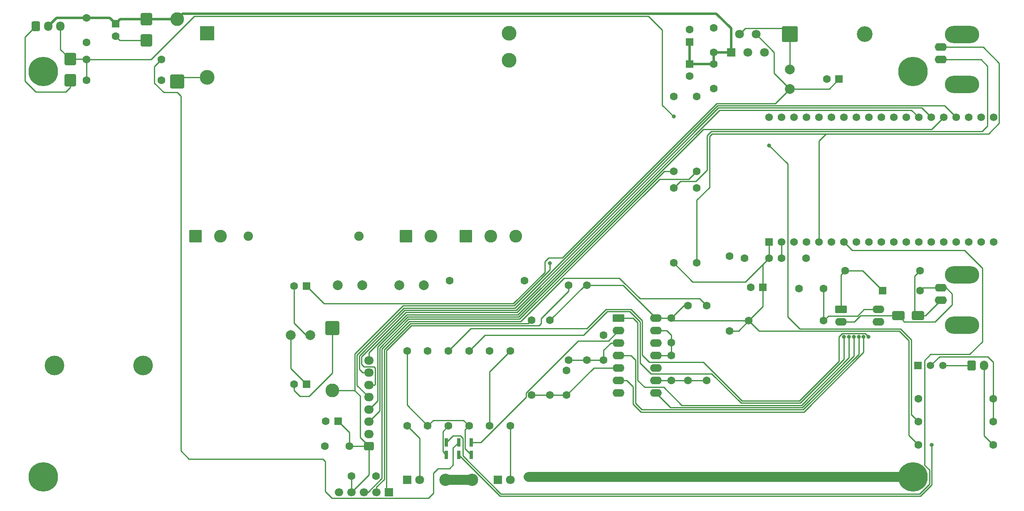
<source format=gbr>
%TF.GenerationSoftware,KiCad,Pcbnew,9.0.4*%
%TF.CreationDate,2025-10-02T22:54:08+02:00*%
%TF.ProjectId,OpenSpritzer2,4f70656e-5370-4726-9974-7a6572322e6b,rev?*%
%TF.SameCoordinates,Original*%
%TF.FileFunction,Copper,L1,Top*%
%TF.FilePolarity,Positive*%
%FSLAX46Y46*%
G04 Gerber Fmt 4.6, Leading zero omitted, Abs format (unit mm)*
G04 Created by KiCad (PCBNEW 9.0.4) date 2025-10-02 22:54:08*
%MOMM*%
%LPD*%
G01*
G04 APERTURE LIST*
G04 Aperture macros list*
%AMRoundRect*
0 Rectangle with rounded corners*
0 $1 Rounding radius*
0 $2 $3 $4 $5 $6 $7 $8 $9 X,Y pos of 4 corners*
0 Add a 4 corners polygon primitive as box body*
4,1,4,$2,$3,$4,$5,$6,$7,$8,$9,$2,$3,0*
0 Add four circle primitives for the rounded corners*
1,1,$1+$1,$2,$3*
1,1,$1+$1,$4,$5*
1,1,$1+$1,$6,$7*
1,1,$1+$1,$8,$9*
0 Add four rect primitives between the rounded corners*
20,1,$1+$1,$2,$3,$4,$5,0*
20,1,$1+$1,$4,$5,$6,$7,0*
20,1,$1+$1,$6,$7,$8,$9,0*
20,1,$1+$1,$8,$9,$2,$3,0*%
G04 Aperture macros list end*
%TA.AperFunction,ComponentPad*%
%ADD10C,6.000000*%
%TD*%
%TA.AperFunction,ComponentPad*%
%ADD11R,0.750000X1.750000*%
%TD*%
%TA.AperFunction,ComponentPad*%
%ADD12C,2.500000*%
%TD*%
%TA.AperFunction,ComponentPad*%
%ADD13O,1.700000X1.950000*%
%TD*%
%TA.AperFunction,ComponentPad*%
%ADD14RoundRect,0.250000X-0.600000X-0.725000X0.600000X-0.725000X0.600000X0.725000X-0.600000X0.725000X0*%
%TD*%
%TA.AperFunction,ComponentPad*%
%ADD15C,1.600000*%
%TD*%
%TA.AperFunction,ComponentPad*%
%ADD16RoundRect,0.250000X-0.950000X-0.550000X0.950000X-0.550000X0.950000X0.550000X-0.950000X0.550000X0*%
%TD*%
%TA.AperFunction,ComponentPad*%
%ADD17O,2.400000X1.600000*%
%TD*%
%TA.AperFunction,ComponentPad*%
%ADD18C,2.000000*%
%TD*%
%TA.AperFunction,ComponentPad*%
%ADD19C,2.800000*%
%TD*%
%TA.AperFunction,ComponentPad*%
%ADD20RoundRect,0.250001X1.149999X-1.149999X1.149999X1.149999X-1.149999X1.149999X-1.149999X-1.149999X0*%
%TD*%
%TA.AperFunction,ComponentPad*%
%ADD21RoundRect,0.250000X0.550000X0.550000X-0.550000X0.550000X-0.550000X-0.550000X0.550000X-0.550000X0*%
%TD*%
%TA.AperFunction,ComponentPad*%
%ADD22RoundRect,0.250000X-0.550000X0.550000X-0.550000X-0.550000X0.550000X-0.550000X0.550000X0.550000X0*%
%TD*%
%TA.AperFunction,ComponentPad*%
%ADD23C,2.600000*%
%TD*%
%TA.AperFunction,ComponentPad*%
%ADD24RoundRect,0.250000X-1.050000X-1.050000X1.050000X-1.050000X1.050000X1.050000X-1.050000X1.050000X0*%
%TD*%
%TA.AperFunction,SMDPad,CuDef*%
%ADD25RoundRect,0.250000X-0.900000X1.000000X-0.900000X-1.000000X0.900000X-1.000000X0.900000X1.000000X0*%
%TD*%
%TA.AperFunction,ComponentPad*%
%ADD26C,4.000000*%
%TD*%
%TA.AperFunction,ComponentPad*%
%ADD27C,3.000000*%
%TD*%
%TA.AperFunction,ComponentPad*%
%ADD28R,3.000000X3.000000*%
%TD*%
%TA.AperFunction,ComponentPad*%
%ADD29O,2.499360X1.600200*%
%TD*%
%TA.AperFunction,ComponentPad*%
%ADD30O,7.000240X3.500120*%
%TD*%
%TA.AperFunction,ComponentPad*%
%ADD31C,1.905000*%
%TD*%
%TA.AperFunction,ComponentPad*%
%ADD32RoundRect,0.250000X0.725000X-0.600000X0.725000X0.600000X-0.725000X0.600000X-0.725000X-0.600000X0*%
%TD*%
%TA.AperFunction,ComponentPad*%
%ADD33O,1.950000X1.700000*%
%TD*%
%TA.AperFunction,ComponentPad*%
%ADD34RoundRect,0.250000X-0.600000X-0.750000X0.600000X-0.750000X0.600000X0.750000X-0.600000X0.750000X0*%
%TD*%
%TA.AperFunction,ComponentPad*%
%ADD35O,1.700000X2.000000*%
%TD*%
%TA.AperFunction,ComponentPad*%
%ADD36RoundRect,0.250000X-1.350000X-1.350000X1.350000X-1.350000X1.350000X1.350000X-1.350000X1.350000X0*%
%TD*%
%TA.AperFunction,ComponentPad*%
%ADD37C,3.200000*%
%TD*%
%TA.AperFunction,ComponentPad*%
%ADD38R,1.800000X1.800000*%
%TD*%
%TA.AperFunction,ComponentPad*%
%ADD39C,1.800000*%
%TD*%
%TA.AperFunction,ComponentPad*%
%ADD40RoundRect,0.250000X0.550000X-0.550000X0.550000X0.550000X-0.550000X0.550000X-0.550000X-0.550000X0*%
%TD*%
%TA.AperFunction,SMDPad,CuDef*%
%ADD41RoundRect,0.250000X1.000000X0.650000X-1.000000X0.650000X-1.000000X-0.650000X1.000000X-0.650000X0*%
%TD*%
%TA.AperFunction,ComponentPad*%
%ADD42R,1.560000X1.560000*%
%TD*%
%TA.AperFunction,ComponentPad*%
%ADD43C,1.560000*%
%TD*%
%TA.AperFunction,ComponentPad*%
%ADD44R,1.500000X1.500000*%
%TD*%
%TA.AperFunction,ComponentPad*%
%ADD45C,1.500000*%
%TD*%
%TA.AperFunction,ComponentPad*%
%ADD46RoundRect,0.250001X-1.149999X1.149999X-1.149999X-1.149999X1.149999X-1.149999X1.149999X1.149999X0*%
%TD*%
%TA.AperFunction,ComponentPad*%
%ADD47RoundRect,0.250000X-0.550000X-0.550000X0.550000X-0.550000X0.550000X0.550000X-0.550000X0.550000X0*%
%TD*%
%TA.AperFunction,ComponentPad*%
%ADD48R,1.700000X1.700000*%
%TD*%
%TA.AperFunction,ComponentPad*%
%ADD49C,1.700000*%
%TD*%
%TA.AperFunction,ViaPad*%
%ADD50C,0.800000*%
%TD*%
%TA.AperFunction,Conductor*%
%ADD51C,0.250000*%
%TD*%
%TA.AperFunction,Conductor*%
%ADD52C,0.500000*%
%TD*%
%TA.AperFunction,Conductor*%
%ADD53C,2.000000*%
%TD*%
G04 APERTURE END LIST*
D10*
%TO.P,H2,*%
%TO.N,Earth_Protective*%
X232000000Y-144990000D03*
%TD*%
%TO.P,H3,*%
%TO.N,Earth_Protective*%
X54980000Y-145000000D03*
%TD*%
D11*
%TO.P,SW3,1,A*%
%TO.N,ESP_En*%
X137020000Y-137980000D03*
%TO.P,SW3,2,B*%
%TO.N,Net-(R19-Pad1)*%
X139560000Y-137980000D03*
%TO.P,SW3,3,C*%
%TO.N,TTL_En*%
X142100000Y-137980000D03*
%TO.P,SW3,4,A*%
%TO.N,Net-(R20-Pad2)*%
X137020000Y-140520000D03*
%TO.P,SW3,5,B*%
%TO.N,3.3V*%
X139560000Y-140520000D03*
%TO.P,SW3,6,C*%
%TO.N,Net-(R21-Pad2)*%
X142100000Y-140520000D03*
D12*
%TO.P,SW3,*%
%TO.N,Earth_Protective*%
X136860000Y-145600000D03*
X142260000Y-145600000D03*
%TD*%
D13*
%TO.P,J3,3,Pin_3*%
%TO.N,Solenoid*%
X58500000Y-53230000D03*
%TO.P,J3,2,Pin_2*%
%TO.N,+24V*%
X56000000Y-53230000D03*
D14*
%TO.P,J3,1,Pin_1*%
%TO.N,GNDREF*%
X53500000Y-53230000D03*
%TD*%
D15*
%TO.P,R15,1*%
%TO.N,Net-(C19-Pad1)*%
X158150000Y-128340000D03*
%TO.P,R15,2*%
%TO.N,3.3V*%
X158150000Y-113100000D03*
%TD*%
D16*
%TO.P,U2,1*%
%TO.N,Net-(C11-Pad1)*%
X172130000Y-112665000D03*
D17*
%TO.P,U2,2*%
%TO.N,TTL_En*%
X172130000Y-115205000D03*
%TO.P,U2,3*%
%TO.N,Net-(C18-Pad1)*%
X172130000Y-117745000D03*
%TO.P,U2,4*%
%TO.N,Rot_CLK*%
X172130000Y-120285000D03*
%TO.P,U2,5*%
%TO.N,Net-(C19-Pad1)*%
X172130000Y-122825000D03*
%TO.P,U2,6*%
%TO.N,Rot_DT*%
X172130000Y-125365000D03*
%TO.P,U2,7,GND*%
%TO.N,GNDREF*%
X172130000Y-127905000D03*
%TO.P,U2,8*%
%TO.N,Rot_SW*%
X179750000Y-127905000D03*
%TO.P,U2,9*%
%TO.N,Net-(C20-Pad1)*%
X179750000Y-125365000D03*
%TO.P,U2,10*%
%TO.N,unconnected-(U2-Pad10)*%
X179750000Y-122825000D03*
%TO.P,U2,11*%
%TO.N,GNDREF*%
X179750000Y-120285000D03*
%TO.P,U2,12*%
%TO.N,unconnected-(U2-Pad12)*%
X179750000Y-117745000D03*
%TO.P,U2,13*%
%TO.N,GNDREF*%
X179750000Y-115205000D03*
%TO.P,U2,14,VCC*%
%TO.N,3.3V*%
X179750000Y-112665000D03*
%TD*%
D15*
%TO.P,R8,2*%
%TO.N,Screen_DIN*%
X188020000Y-82780000D03*
%TO.P,R8,1*%
%TO.N,Net-(U4-IO23)*%
X188020000Y-67540000D03*
%TD*%
%TO.P,C6,2*%
%TO.N,GNDREF*%
X191480000Y-53530000D03*
%TO.P,C6,1*%
%TO.N,+24V*%
X191480000Y-58530000D03*
%TD*%
D18*
%TO.P,L1,2,2*%
%TO.N,Net-(U1-FB)*%
X207000000Y-66000000D03*
%TO.P,L1,1,1*%
%TO.N,Net-(D3-K)*%
X207000000Y-62000000D03*
%TD*%
D19*
%TO.P,FB1,2*%
%TO.N,+24V*%
X82300000Y-51760000D03*
D20*
%TO.P,FB1,1*%
%TO.N,Net-(PS1-+Vo)*%
X82300000Y-64460000D03*
%TD*%
D15*
%TO.P,R2,1*%
%TO.N,Solenoid*%
X63830000Y-64220000D03*
%TO.P,R2,2*%
%TO.N,GNDREF*%
X79070000Y-64220000D03*
%TD*%
%TO.P,C8,2*%
%TO.N,Net-(C8-Pad2)*%
X106070000Y-106130000D03*
D21*
%TO.P,C8,1*%
%TO.N,Net-(U1-FB)*%
X108570000Y-106130000D03*
%TD*%
D15*
%TO.P,C4,2*%
%TO.N,GNDREF*%
X186610000Y-63400000D03*
D22*
%TO.P,C4,1*%
%TO.N,+24V*%
X186610000Y-60900000D03*
%TD*%
D15*
%TO.P,C10,2*%
%TO.N,GNDREF*%
X182840000Y-117665000D03*
%TO.P,C10,1*%
%TO.N,3.3V*%
X182840000Y-112665000D03*
%TD*%
%TO.P,C18,2*%
%TO.N,GNDREF*%
X169050000Y-116180000D03*
%TO.P,C18,1*%
%TO.N,Net-(C18-Pad1)*%
X169050000Y-121180000D03*
%TD*%
%TO.P,R13,1*%
%TO.N,Net-(C18-Pad1)*%
X165650000Y-121180000D03*
%TO.P,R13,2*%
%TO.N,3.3V*%
X165650000Y-105940000D03*
%TD*%
%TO.P,R14,2*%
%TO.N,RotEn_CLK*%
X161910000Y-105940000D03*
%TO.P,R14,1*%
%TO.N,Net-(C18-Pad1)*%
X161910000Y-121180000D03*
%TD*%
%TO.P,C19,2*%
%TO.N,GNDREF*%
X161540000Y-123340000D03*
%TO.P,C19,1*%
%TO.N,Net-(C19-Pad1)*%
X161540000Y-128340000D03*
%TD*%
%TO.P,R16,2*%
%TO.N,RotEn_DT*%
X154400000Y-113100000D03*
%TO.P,R16,1*%
%TO.N,Net-(C19-Pad1)*%
X154400000Y-128340000D03*
%TD*%
%TO.P,R23,2*%
%TO.N,Net-(R21-Pad2)*%
X141660000Y-134600000D03*
%TO.P,R23,1*%
%TO.N,TTL_Switch*%
X141660000Y-119360000D03*
%TD*%
%TO.P,R25,1*%
%TO.N,GNDREF*%
X145860000Y-119370000D03*
%TO.P,R25,2*%
%TO.N,Net-(R20-Pad2)*%
X145860000Y-134610000D03*
%TD*%
D23*
%TO.P,SW1,3,K*%
%TO.N,Net-(SW1-K)*%
X151190000Y-96000000D03*
%TO.P,SW1,2,2*%
%TO.N,Net-(SW1-A)*%
X146110000Y-96000000D03*
D24*
%TO.P,SW1,1,1*%
%TO.N,Net-(F1-Pad2)*%
X141030000Y-96000000D03*
%TD*%
D25*
%TO.P,D1,2*%
%TO.N,GNDREF*%
X75990000Y-56100000D03*
%TO.P,D1,1*%
%TO.N,+24V*%
X75990000Y-51800000D03*
%TD*%
D23*
%TO.P,J1,2,Pin_2*%
%TO.N,AC{slash}N*%
X133930000Y-96000000D03*
D24*
%TO.P,J1,1,Pin_1*%
%TO.N,Net-(J1-Pin_1)*%
X128850000Y-96000000D03*
%TD*%
D26*
%TO.P,REF\u002A\u002A,*%
%TO.N,Earth_Protective*%
X75310000Y-122290000D03*
%TD*%
%TO.P,REF\u002A\u002A,*%
%TO.N,Earth_Protective*%
X57310000Y-122290000D03*
%TD*%
D27*
%TO.P,PS1,1,AC/N*%
%TO.N,AC{slash}N*%
X149832500Y-60180000D03*
%TO.P,PS1,2,AC/L*%
%TO.N,AC{slash}L*%
X149832500Y-54680000D03*
D28*
%TO.P,PS1,3,-Vo*%
%TO.N,GNDREF*%
X88332500Y-54680000D03*
D27*
%TO.P,PS1,4,+Vo*%
%TO.N,Net-(PS1-+Vo)*%
X88332500Y-63680000D03*
%TD*%
D29*
%TO.P,J5,1,In*%
%TO.N,Net-(D4-A1)*%
X237748740Y-109000000D03*
D30*
%TO.P,J5,*%
%TO.N,Earth_Protective*%
X242013400Y-103902220D03*
D29*
%TO.P,J5,2,Ext*%
%TO.N,Net-(D4-A2)*%
X237748740Y-106500640D03*
D30*
%TO.P,J5,*%
%TO.N,Earth_Protective*%
X242013400Y-114100320D03*
%TD*%
D29*
%TO.P,J4,1,In*%
%TO.N,Net-(J4-In)*%
X237748740Y-60000000D03*
D30*
%TO.P,J4,*%
%TO.N,Earth_Protective*%
X242013400Y-54902220D03*
D29*
%TO.P,J4,2,Ext*%
%TO.N,Pedal_Input*%
X237748740Y-57500640D03*
D30*
%TO.P,J4,*%
%TO.N,Earth_Protective*%
X242013400Y-65100320D03*
%TD*%
D15*
%TO.P,C5,1*%
%TO.N,+24V*%
X191500000Y-60900000D03*
%TO.P,C5,2*%
%TO.N,GNDREF*%
X191500000Y-65900000D03*
%TD*%
%TO.P,R5,1*%
%TO.N,Net-(D5-K)*%
X218250000Y-103000000D03*
%TO.P,R5,2*%
%TO.N,Net-(D4-A1)*%
X233490000Y-103000000D03*
%TD*%
%TO.P,C20,1*%
%TO.N,Net-(C20-Pad1)*%
X182850000Y-125330000D03*
%TO.P,C20,2*%
%TO.N,GNDREF*%
X182850000Y-120330000D03*
%TD*%
%TO.P,R1,1*%
%TO.N,AC{slash}N*%
X137751478Y-105050000D03*
%TO.P,R1,2*%
%TO.N,Net-(SW1-K)*%
X152991478Y-105050000D03*
%TD*%
%TO.P,R21,1*%
%TO.N,Net-(D8-A)*%
X129060000Y-134600000D03*
%TO.P,R21,2*%
%TO.N,Net-(R21-Pad2)*%
X129060000Y-119360000D03*
%TD*%
D18*
%TO.P,RV1,1*%
%TO.N,Net-(SW1-A)*%
X119941478Y-105940000D03*
%TO.P,RV1,2*%
%TO.N,AC{slash}N*%
X114941478Y-105940000D03*
%TD*%
D15*
%TO.P,R6,1*%
%TO.N,3.3V*%
X198590000Y-113200000D03*
%TO.P,R6,2*%
%TO.N,Net-(C11-Pad1)*%
X213830000Y-113200000D03*
%TD*%
D21*
%TO.P,C12,1*%
%TO.N,3.3V*%
X201490000Y-106420000D03*
D15*
%TO.P,C12,2*%
%TO.N,GNDREF*%
X198990000Y-106420000D03*
%TD*%
%TO.P,R17,1*%
%TO.N,Net-(C20-Pad1)*%
X186260000Y-125340000D03*
%TO.P,R17,2*%
%TO.N,3.3V*%
X186260000Y-110100000D03*
%TD*%
%TO.P,R11,1*%
%TO.N,GNDREF*%
X233150000Y-129080000D03*
%TO.P,R11,2*%
%TO.N,Net-(Q1-B)*%
X248390000Y-129080000D03*
%TD*%
%TO.P,C11,1*%
%TO.N,Net-(C11-Pad1)*%
X213800000Y-106650000D03*
%TO.P,C11,2*%
%TO.N,GNDREF*%
X208800000Y-106650000D03*
%TD*%
%TO.P,R9,1*%
%TO.N,Net-(U4-IO18)*%
X183320000Y-67540000D03*
%TO.P,R9,2*%
%TO.N,Screen_CLK*%
X183320000Y-82780000D03*
%TD*%
D31*
%TO.P,F1,1*%
%TO.N,Net-(J1-Pin_1)*%
X96770000Y-96000000D03*
%TO.P,F1,2*%
%TO.N,Net-(F1-Pad2)*%
X119270000Y-96000000D03*
%TD*%
D15*
%TO.P,R3,1*%
%TO.N,Net-(J4-In)*%
X183320000Y-86200000D03*
%TO.P,R3,2*%
%TO.N,3.3V*%
X183320000Y-101440000D03*
%TD*%
%TO.P,C2,1*%
%TO.N,+24V*%
X63840000Y-51500000D03*
%TO.P,C2,2*%
%TO.N,GNDREF*%
X63840000Y-56500000D03*
%TD*%
D32*
%TO.P,U5,1,VCC*%
%TO.N,3.3V*%
X121260000Y-138770000D03*
D33*
%TO.P,U5,2,GND*%
%TO.N,GNDREF*%
X121260000Y-136270000D03*
%TO.P,U5,3,DIN*%
%TO.N,Screen_DIN*%
X121260000Y-133770000D03*
%TO.P,U5,4,CLK*%
%TO.N,Screen_CLK*%
X121260000Y-131270000D03*
%TO.P,U5,5,CS*%
%TO.N,Screen_CS*%
X121260000Y-128770000D03*
%TO.P,U5,6,DC*%
%TO.N,Screen_DC*%
X121260000Y-126270000D03*
%TO.P,U5,7,RST*%
%TO.N,Screen_RST*%
X121260000Y-123770000D03*
%TO.P,U5,8,BL*%
%TO.N,Screen_BL*%
X121260000Y-121270000D03*
%TD*%
D21*
%TO.P,C7,1*%
%TO.N,Net-(U1-FB)*%
X217002380Y-64000000D03*
D15*
%TO.P,C7,2*%
%TO.N,GNDREF*%
X214502380Y-64000000D03*
%TD*%
D34*
%TO.P,D6,1,K*%
%TO.N,Net-(D6-K)*%
X244000000Y-122340000D03*
D35*
%TO.P,D6,2,A*%
%TO.N,Net-(D6-A)*%
X246500000Y-122340000D03*
%TD*%
D25*
%TO.P,D2,1*%
%TO.N,Solenoid*%
X60470000Y-59940000D03*
%TO.P,D2,2*%
%TO.N,GNDREF*%
X60470000Y-64240000D03*
%TD*%
D36*
%TO.P,D3,1,K*%
%TO.N,Net-(D3-K)*%
X207000000Y-54840000D03*
D37*
%TO.P,D3,2,A*%
%TO.N,GNDREF*%
X222240000Y-54840000D03*
%TD*%
D38*
%TO.P,D8,1,K*%
%TO.N,GNDREF*%
X129050000Y-145600000D03*
D39*
%TO.P,D8,2,A*%
%TO.N,Net-(D8-A)*%
X131590000Y-145600000D03*
%TD*%
D15*
%TO.P,R18,1*%
%TO.N,Net-(C20-Pad1)*%
X190010000Y-125340000D03*
%TO.P,R18,2*%
%TO.N,RotEn_SW*%
X190010000Y-110100000D03*
%TD*%
%TO.P,C13,1*%
%TO.N,3.3V*%
X202740000Y-100500000D03*
%TO.P,C13,2*%
%TO.N,GNDREF*%
X197740000Y-100500000D03*
%TD*%
D16*
%TO.P,U3,1*%
%TO.N,Net-(D5-K)*%
X217410000Y-110930000D03*
D17*
%TO.P,U3,2*%
%TO.N,Net-(D4-A2)*%
X217410000Y-113470000D03*
%TO.P,U3,3*%
%TO.N,GNDREF*%
X225030000Y-113470000D03*
%TO.P,U3,4*%
%TO.N,Net-(C11-Pad1)*%
X225030000Y-110930000D03*
%TD*%
D40*
%TO.P,C3,1*%
%TO.N,+24V*%
X186610000Y-56410000D03*
D15*
%TO.P,C3,2*%
%TO.N,GNDREF*%
X186610000Y-53910000D03*
%TD*%
D22*
%TO.P,C1,1*%
%TO.N,+24V*%
X69740000Y-52737621D03*
D15*
%TO.P,C1,2*%
%TO.N,GNDREF*%
X69740000Y-55237621D03*
%TD*%
D23*
%TO.P,J2,1*%
%TO.N,Earth_Protective*%
X91090000Y-96000000D03*
D24*
%TO.P,J2,1,Pin_1*%
X86010000Y-96000000D03*
%TD*%
D41*
%TO.P,D4,2,A2*%
%TO.N,Net-(D4-A2)*%
X229040000Y-112190000D03*
%TO.P,D4,1,A1*%
%TO.N,Net-(D4-A1)*%
X233040000Y-112190000D03*
%TD*%
D38*
%TO.P,U1,1,VIN*%
%TO.N,+24V*%
X195000000Y-58550000D03*
D39*
%TO.P,U1,2,OUT*%
%TO.N,Net-(D3-K)*%
X196700000Y-54850000D03*
%TO.P,U1,3,GND*%
%TO.N,GNDREF*%
X198400000Y-58550000D03*
%TO.P,U1,4,FB*%
%TO.N,Net-(U1-FB)*%
X200100000Y-54850000D03*
%TO.P,U1,5,~{ON}/OFF*%
%TO.N,GNDREF*%
X201800000Y-58550000D03*
%TD*%
D15*
%TO.P,R24,1*%
%TO.N,GNDREF*%
X133260000Y-119360000D03*
%TO.P,R24,2*%
%TO.N,Net-(R21-Pad2)*%
X133260000Y-134600000D03*
%TD*%
%TO.P,R7,1*%
%TO.N,3.3V*%
X194730000Y-115270000D03*
%TO.P,R7,2*%
%TO.N,Net-(U4-EN)*%
X194730000Y-100030000D03*
%TD*%
%TO.P,R20,1*%
%TO.N,Net-(D7-A)*%
X150060000Y-134610000D03*
%TO.P,R20,2*%
%TO.N,Net-(R20-Pad2)*%
X150060000Y-119370000D03*
%TD*%
D42*
%TO.P,U4,1,3V3*%
%TO.N,3.3V*%
X202740000Y-97200000D03*
D43*
%TO.P,U4,2,EN*%
%TO.N,Net-(U4-EN)*%
X205280000Y-97200000D03*
%TO.P,U4,3,SENSOR_VP*%
%TO.N,unconnected-(U4-SENSOR_VP-Pad3)*%
X207820000Y-97200000D03*
%TO.P,U4,4,SENSOR_VN*%
%TO.N,unconnected-(U4-SENSOR_VN-Pad4)*%
X210360000Y-97200000D03*
%TO.P,U4,5,IO34*%
%TO.N,Pedal_Input*%
X212900000Y-97200000D03*
%TO.P,U4,6,IO35*%
%TO.N,TTL_Switch*%
X215440000Y-97200000D03*
%TO.P,U4,7,IO32*%
%TO.N,ESP_En*%
X217980000Y-97200000D03*
%TO.P,U4,8,IO33*%
%TO.N,Spritz_LED*%
X220520000Y-97200000D03*
%TO.P,U4,9,IO25*%
%TO.N,Rot_CLK*%
X223060000Y-97200000D03*
%TO.P,U4,10,IO26*%
%TO.N,Rot_DT*%
X225600000Y-97200000D03*
%TO.P,U4,11,IO27*%
%TO.N,Pedal_Switch*%
X228140000Y-97200000D03*
%TO.P,U4,12,IO14*%
%TO.N,unconnected-(U4-IO14-Pad12)*%
X230680000Y-97200000D03*
%TO.P,U4,13,IO12*%
%TO.N,unconnected-(U4-IO12-Pad13)*%
X233220000Y-97200000D03*
%TO.P,U4,14,GND1*%
%TO.N,GNDREF*%
X235760000Y-97200000D03*
%TO.P,U4,15,IO13*%
%TO.N,unconnected-(U4-IO13-Pad15)*%
X238300000Y-97200000D03*
%TO.P,U4,16,SD2*%
%TO.N,unconnected-(U4-SD2-Pad16)*%
X240840000Y-97200000D03*
%TO.P,U4,17,SD3*%
%TO.N,unconnected-(U4-SD3-Pad17)*%
X243380000Y-97200000D03*
%TO.P,U4,18,CMD*%
%TO.N,unconnected-(U4-CMD-Pad18)*%
X245920000Y-97200000D03*
%TO.P,U4,19,EXT_5V*%
%TO.N,unconnected-(U4-EXT_5V-Pad19)*%
X248460000Y-97200000D03*
%TO.P,U4,20,GND3*%
%TO.N,GNDREF*%
X202740000Y-71800000D03*
%TO.P,U4,21,IO23*%
%TO.N,Net-(U4-IO23)*%
X205280000Y-71800000D03*
%TO.P,U4,22,IO22*%
%TO.N,unconnected-(U4-IO22-Pad22)*%
X207820000Y-71800000D03*
%TO.P,U4,23,TXD0*%
%TO.N,unconnected-(U4-TXD0-Pad23)*%
X210360000Y-71800000D03*
%TO.P,U4,24,RXD0*%
%TO.N,unconnected-(U4-RXD0-Pad24)*%
X212900000Y-71800000D03*
%TO.P,U4,25,IO21*%
%TO.N,Rot_SW*%
X215440000Y-71800000D03*
%TO.P,U4,26,GND2*%
%TO.N,GNDREF*%
X217980000Y-71800000D03*
%TO.P,U4,27,IO19*%
%TO.N,unconnected-(U4-IO19-Pad27)*%
X220520000Y-71800000D03*
%TO.P,U4,28,IO18*%
%TO.N,Net-(U4-IO18)*%
X223060000Y-71800000D03*
%TO.P,U4,29,IO5*%
%TO.N,unconnected-(U4-IO5-Pad29)*%
X225600000Y-71800000D03*
%TO.P,U4,30,IO17*%
%TO.N,unconnected-(U4-IO17-Pad30)*%
X228140000Y-71800000D03*
%TO.P,U4,31,IO16*%
%TO.N,unconnected-(U4-IO16-Pad31)*%
X230680000Y-71800000D03*
%TO.P,U4,32,IO4*%
%TO.N,Screen_DC*%
X233220000Y-71800000D03*
%TO.P,U4,33,IO0*%
%TO.N,Screen_RST*%
X235760000Y-71800000D03*
%TO.P,U4,34,IO2*%
%TO.N,Screen_BL*%
X238300000Y-71800000D03*
%TO.P,U4,35,IO15*%
%TO.N,Screen_CS*%
X240840000Y-71800000D03*
%TO.P,U4,36,SD1*%
%TO.N,unconnected-(U4-SD1-Pad36)*%
X243380000Y-71800000D03*
%TO.P,U4,37,SD0*%
%TO.N,unconnected-(U4-SD0-Pad37)*%
X245920000Y-71800000D03*
%TO.P,U4,38,CLK*%
%TO.N,unconnected-(U4-CLK-Pad38)*%
X248460000Y-71800000D03*
%TD*%
D44*
%TO.P,Q1,1,E*%
%TO.N,GNDREF*%
X233090000Y-122340000D03*
D45*
%TO.P,Q1,2,B*%
%TO.N,Net-(Q1-B)*%
X235630000Y-122340000D03*
%TO.P,Q1,3,C*%
%TO.N,Net-(D6-K)*%
X238170000Y-122340000D03*
%TD*%
D39*
%TO.P,D7,2,A*%
%TO.N,Net-(D7-A)*%
X150080000Y-145600000D03*
D38*
%TO.P,D7,1,K*%
%TO.N,GNDREF*%
X147540000Y-145600000D03*
%TD*%
D15*
%TO.P,R10,1*%
%TO.N,Net-(Q1-B)*%
X248390000Y-133780000D03*
%TO.P,R10,2*%
%TO.N,Solenoid*%
X233150000Y-133780000D03*
%TD*%
D18*
%TO.P,L2,2,2*%
%TO.N,Net-(C9-Pad1)*%
X105387620Y-116130000D03*
%TO.P,L2,1,1*%
%TO.N,Net-(C8-Pad2)*%
X109387620Y-116130000D03*
%TD*%
D19*
%TO.P,FB2,2*%
%TO.N,3.3V*%
X113830000Y-127360000D03*
D46*
%TO.P,FB2,1*%
%TO.N,+3.3V*%
X113830000Y-114660000D03*
%TD*%
D15*
%TO.P,R4,1*%
%TO.N,Pedal_Input*%
X188020000Y-101440000D03*
%TO.P,R4,2*%
%TO.N,GNDREF*%
X188020000Y-86200000D03*
%TD*%
%TO.P,C15,1*%
%TO.N,GNDREF*%
X112280000Y-138730000D03*
%TO.P,C15,2*%
%TO.N,3.3V*%
X117280000Y-138730000D03*
%TD*%
D18*
%TO.P,TH1,1*%
%TO.N,Net-(SW1-A)*%
X127451478Y-105940000D03*
%TO.P,TH1,2*%
%TO.N,AC{slash}L*%
X132451478Y-105940000D03*
%TD*%
D15*
%TO.P,C9,2*%
%TO.N,+3.3V*%
X106070000Y-126130000D03*
D21*
%TO.P,C9,1*%
%TO.N,Net-(C9-Pad1)*%
X108570000Y-126130000D03*
%TD*%
D10*
%TO.P,H4,*%
%TO.N,Earth_Protective*%
X55000000Y-62500000D03*
%TD*%
D15*
%TO.P,R22,1*%
%TO.N,Pedal_Switch*%
X137460000Y-119360000D03*
%TO.P,R22,2*%
%TO.N,Net-(R20-Pad2)*%
X137460000Y-134600000D03*
%TD*%
D47*
%TO.P,D5,1,K*%
%TO.N,Net-(D5-K)*%
X225870000Y-107100000D03*
D15*
%TO.P,D5,2,A*%
%TO.N,Net-(D4-A2)*%
X233490000Y-107100000D03*
%TD*%
%TO.P,C14,1*%
%TO.N,Net-(U4-EN)*%
X205280000Y-100500000D03*
%TO.P,C14,2*%
%TO.N,GNDREF*%
X210280000Y-100500000D03*
%TD*%
D10*
%TO.P,H1,*%
%TO.N,Earth_Protective*%
X232000000Y-62500000D03*
%TD*%
D21*
%TO.P,C16,1*%
%TO.N,3.3V*%
X115000000Y-133640000D03*
D15*
%TO.P,C16,2*%
%TO.N,GNDREF*%
X112500000Y-133640000D03*
%TD*%
%TO.P,C17,1*%
%TO.N,GNDREF*%
X122750000Y-144830000D03*
%TO.P,C17,2*%
%TO.N,3.3V*%
X117750000Y-144830000D03*
%TD*%
D48*
%TO.P,SW2,1,A*%
%TO.N,RotEn_CLK*%
X125360000Y-148140000D03*
D49*
%TO.P,SW2,2,C*%
%TO.N,RotEn_DT*%
X122820000Y-148140000D03*
%TO.P,SW2,3,B*%
%TO.N,RotEn_SW*%
X120280000Y-148140000D03*
%TO.P,SW2,4,S1*%
%TO.N,3.3V*%
X117740000Y-148140000D03*
%TO.P,SW2,5,S2*%
%TO.N,GNDREF*%
X115200000Y-148140000D03*
%TD*%
D15*
%TO.P,R12,1*%
%TO.N,Net-(D6-A)*%
X248390000Y-138480000D03*
%TO.P,R12,2*%
%TO.N,3.3V*%
X233150000Y-138480000D03*
%TD*%
%TO.P,R19,1*%
%TO.N,Net-(R19-Pad1)*%
X79070000Y-60020000D03*
%TO.P,R19,2*%
%TO.N,Solenoid*%
X63830000Y-60020000D03*
%TD*%
D50*
%TO.N,Earth_Protective*%
X156820000Y-144990000D03*
X154820000Y-144990000D03*
X155820000Y-144990000D03*
X157820000Y-144990000D03*
X153820000Y-144990000D03*
%TO.N,3.3V*%
X158150000Y-101450000D03*
X235870000Y-138480000D03*
%TO.N,Solenoid*%
X202750000Y-77500000D03*
X183320000Y-71600000D03*
%TO.N,Net-(C11-Pad1)*%
X219000000Y-116500000D03*
%TO.N,Rot_SW*%
X220000000Y-116500000D03*
%TO.N,Pedal_Switch*%
X223000000Y-116500000D03*
%TO.N,TTL_Switch*%
X218000000Y-116500000D03*
%TO.N,Rot_DT*%
X222000000Y-116500000D03*
%TO.N,Rot_CLK*%
X221000000Y-116500000D03*
%TD*%
D51*
%TO.N,GNDREF*%
X181915000Y-115205000D02*
X179750000Y-115205000D01*
X182840000Y-116130000D02*
X181915000Y-115205000D01*
X182840000Y-117665000D02*
X182840000Y-116130000D01*
X182850000Y-117675000D02*
X182840000Y-117665000D01*
X182850000Y-120330000D02*
X182850000Y-117675000D01*
X182805000Y-120285000D02*
X182850000Y-120330000D01*
X179750000Y-120285000D02*
X182805000Y-120285000D01*
X53440000Y-66610000D02*
X59570000Y-66610000D01*
X60470000Y-65710000D02*
X60470000Y-64240000D01*
X51280000Y-64450000D02*
X53440000Y-66610000D01*
X59570000Y-66610000D02*
X60470000Y-65710000D01*
X53500000Y-53230000D02*
X51280000Y-55450000D01*
X51280000Y-55450000D02*
X51280000Y-64450000D01*
%TO.N,Solenoid*%
X63710000Y-59950000D02*
X63790000Y-60030000D01*
X58500000Y-53230000D02*
X58500000Y-57970000D01*
X58500000Y-57970000D02*
X60480000Y-59950000D01*
X60480000Y-59950000D02*
X63710000Y-59950000D01*
X63830000Y-60020000D02*
X63830000Y-64220000D01*
X63780000Y-64220000D02*
X63790000Y-64230000D01*
X63790000Y-60030000D02*
X63780000Y-60040000D01*
X181020000Y-54030000D02*
X181020000Y-69300000D01*
X181020000Y-69300000D02*
X183320000Y-71600000D01*
X76930000Y-60020000D02*
X85714000Y-51236000D01*
X178226000Y-51236000D02*
X181020000Y-54030000D01*
X63800000Y-60020000D02*
X76930000Y-60020000D01*
X85714000Y-51236000D02*
X178226000Y-51236000D01*
X63790000Y-60030000D02*
X63800000Y-60020000D01*
%TO.N,Net-(R19-Pad1)*%
X77590000Y-61470000D02*
X79030000Y-60030000D01*
X77590000Y-64800000D02*
X77590000Y-61470000D01*
X79510000Y-66720000D02*
X77590000Y-64800000D01*
X82260000Y-66720000D02*
X79510000Y-66720000D01*
X82990000Y-67450000D02*
X82260000Y-66720000D01*
X82990000Y-139690000D02*
X82990000Y-67450000D01*
X84670000Y-141370000D02*
X82990000Y-139690000D01*
X111880000Y-141370000D02*
X84670000Y-141370000D01*
X112430000Y-141920000D02*
X111880000Y-141370000D01*
X113780000Y-149350000D02*
X112430000Y-148000000D01*
X112430000Y-148000000D02*
X112430000Y-141920000D01*
X134421000Y-148349000D02*
X133420000Y-149350000D01*
X134421000Y-144219000D02*
X134421000Y-148349000D01*
X135330000Y-143310000D02*
X134421000Y-144219000D01*
X137710000Y-143310000D02*
X135330000Y-143310000D01*
X138430000Y-142590000D02*
X137710000Y-143310000D01*
X138430000Y-139110000D02*
X138430000Y-142590000D01*
X133420000Y-149350000D02*
X113780000Y-149350000D01*
X139560000Y-137980000D02*
X138430000Y-139110000D01*
D52*
%TO.N,+24V*%
X76030000Y-51760000D02*
X75990000Y-51800000D01*
X82300000Y-51760000D02*
X76030000Y-51760000D01*
X83400000Y-50660000D02*
X82300000Y-51760000D01*
X191970000Y-50660000D02*
X83400000Y-50660000D01*
X195000000Y-58550000D02*
X195000000Y-53690000D01*
X195000000Y-53690000D02*
X191970000Y-50660000D01*
D53*
%TO.N,Earth_Protective*%
X136860000Y-145600000D02*
X142260000Y-145600000D01*
D51*
X153820000Y-144990000D02*
X153790000Y-145020000D01*
D53*
X232000000Y-144990000D02*
X153820000Y-144990000D01*
D51*
%TO.N,Net-(C11-Pad1)*%
X213800000Y-113170000D02*
X213830000Y-113200000D01*
X213800000Y-106650000D02*
X213800000Y-113170000D01*
%TO.N,Net-(D4-A1)*%
X234558740Y-112190000D02*
X237748740Y-109000000D01*
X233040000Y-112190000D02*
X234558740Y-112190000D01*
%TO.N,Net-(D4-A2)*%
X238770640Y-106500640D02*
X237748740Y-106500640D01*
X239990000Y-107720000D02*
X238770640Y-106500640D01*
X239990000Y-109950000D02*
X239990000Y-107720000D01*
X236554000Y-113416000D02*
X240000000Y-109970000D01*
X240000000Y-109970000D02*
X240000000Y-109960000D01*
X229040000Y-112190000D02*
X230266000Y-113416000D01*
X230266000Y-113416000D02*
X236554000Y-113416000D01*
X240000000Y-109960000D02*
X239990000Y-109950000D01*
%TO.N,Net-(D4-A1)*%
X233040000Y-112190000D02*
X232364000Y-111514000D01*
X232364000Y-111514000D02*
X232364000Y-104126000D01*
X232364000Y-104126000D02*
X233490000Y-103000000D01*
%TO.N,Net-(D4-A2)*%
X229030000Y-112200000D02*
X229040000Y-112190000D01*
X221407810Y-112200000D02*
X229030000Y-112200000D01*
X220137810Y-113470000D02*
X221407810Y-112200000D01*
X217410000Y-113470000D02*
X220137810Y-113470000D01*
%TO.N,Net-(U1-FB)*%
X215002380Y-66000000D02*
X207000000Y-66000000D01*
X217002380Y-64000000D02*
X215002380Y-66000000D01*
%TO.N,Pedal_Switch*%
X223000000Y-116473280D02*
X223000000Y-116500000D01*
X222300720Y-115774000D02*
X223000000Y-116473280D01*
X217660000Y-115774000D02*
X222300720Y-115774000D01*
X216970000Y-116464000D02*
X217660000Y-115774000D01*
X216970000Y-121480950D02*
X216970000Y-116464000D01*
X208935950Y-129515000D02*
X216970000Y-121480950D01*
X189347810Y-121610000D02*
X197252810Y-129515000D01*
X178352000Y-121610000D02*
X189347810Y-121610000D01*
X174634000Y-110874000D02*
X176922000Y-113162000D01*
X176922000Y-113162000D02*
X176922000Y-120180000D01*
X165619190Y-114800000D02*
X169545190Y-110874000D01*
X169545190Y-110874000D02*
X174634000Y-110874000D01*
X176922000Y-120180000D02*
X178352000Y-121610000D01*
X142020000Y-114800000D02*
X165619190Y-114800000D01*
X137460000Y-119360000D02*
X142020000Y-114800000D01*
X197252810Y-129515000D02*
X208935950Y-129515000D01*
%TO.N,Net-(U1-FB)*%
X204051000Y-68949000D02*
X207000000Y-66000000D01*
X160675330Y-100350000D02*
X192076330Y-68949000D01*
X192076330Y-68949000D02*
X204051000Y-68949000D01*
X157850000Y-100350000D02*
X160675330Y-100350000D01*
X150671520Y-109716000D02*
X157070000Y-103317520D01*
X157070000Y-101130000D02*
X157850000Y-100350000D01*
X157070000Y-103317520D02*
X157070000Y-101130000D01*
X112156000Y-109716000D02*
X150671520Y-109716000D01*
X108570000Y-106130000D02*
X112156000Y-109716000D01*
%TO.N,Net-(C9-Pad1)*%
X105387620Y-122947620D02*
X108570000Y-126130000D01*
X105387620Y-116130000D02*
X105387620Y-122947620D01*
%TO.N,+3.3V*%
X106070000Y-127440000D02*
X106070000Y-126130000D01*
X107200000Y-128570000D02*
X106070000Y-127440000D01*
X109100000Y-128570000D02*
X107200000Y-128570000D01*
X113830000Y-114660000D02*
X113830000Y-123840000D01*
X113830000Y-123840000D02*
X109100000Y-128570000D01*
%TO.N,3.3V*%
X118407000Y-119989150D02*
X118407000Y-127303000D01*
X128229150Y-110167000D02*
X118407000Y-119989150D01*
X118407000Y-127303000D02*
X118350000Y-127360000D01*
X150858330Y-110167000D02*
X128229150Y-110167000D01*
X158150000Y-102875330D02*
X150858330Y-110167000D01*
X158150000Y-101450000D02*
X158150000Y-102875330D01*
X118350000Y-127360000D02*
X119480000Y-128490000D01*
X119480000Y-128490000D02*
X119480000Y-136990000D01*
X113830000Y-127360000D02*
X118350000Y-127360000D01*
X117280000Y-135920000D02*
X117280000Y-138730000D01*
X115000000Y-133640000D02*
X117280000Y-135920000D01*
X119480000Y-136990000D02*
X121260000Y-138770000D01*
%TO.N,RotEn_DT*%
X124403000Y-119095630D02*
X129723630Y-113775000D01*
X124403000Y-145482810D02*
X124403000Y-119095630D01*
X129723630Y-113775000D02*
X153725000Y-113775000D01*
X153725000Y-113775000D02*
X154400000Y-113100000D01*
X122820000Y-147065810D02*
X124403000Y-145482810D01*
X122820000Y-148140000D02*
X122820000Y-147065810D01*
%TO.N,RotEn_SW*%
X188630000Y-108720000D02*
X190010000Y-110100000D01*
X176457810Y-108720000D02*
X188630000Y-108720000D01*
X173226810Y-105489000D02*
X176457810Y-108720000D01*
X173219000Y-105489000D02*
X173226810Y-105489000D01*
X172230000Y-104500000D02*
X173219000Y-105489000D01*
X160990000Y-104500000D02*
X172230000Y-104500000D01*
X129536820Y-113324000D02*
X152166000Y-113324000D01*
X152166000Y-113324000D02*
X160990000Y-104500000D01*
X123952000Y-145296000D02*
X123952000Y-118908820D01*
X121108000Y-148140000D02*
X123952000Y-145296000D01*
X120280000Y-148140000D02*
X121108000Y-148140000D01*
X123952000Y-118908820D02*
X129536820Y-113324000D01*
%TO.N,RotEn_CLK*%
X156341202Y-113778798D02*
X156341202Y-112768798D01*
X161910000Y-107200000D02*
X161910000Y-105940000D01*
X155894000Y-114226000D02*
X156341202Y-113778798D01*
X124854000Y-119282440D02*
X129910440Y-114226000D01*
X156341202Y-112768798D02*
X161910000Y-107200000D01*
X124854000Y-147634000D02*
X124854000Y-119282440D01*
X125360000Y-148140000D02*
X124854000Y-147634000D01*
X129910440Y-114226000D02*
X155894000Y-114226000D01*
%TO.N,Screen_DIN*%
X151979190Y-112873000D02*
X180472190Y-84380000D01*
X129350010Y-112873000D02*
X151979190Y-112873000D01*
X123501000Y-131529000D02*
X123501000Y-118722010D01*
X180472190Y-84380000D02*
X186420000Y-84380000D01*
X186420000Y-84380000D02*
X188020000Y-82780000D01*
X121260000Y-133770000D02*
X123501000Y-131529000D01*
X123501000Y-118722010D02*
X129350010Y-112873000D01*
%TO.N,Screen_CLK*%
X151792380Y-112422000D02*
X181434380Y-82780000D01*
X123050000Y-118535200D02*
X129163200Y-112422000D01*
X129163200Y-112422000D02*
X151792380Y-112422000D01*
X123050000Y-129480000D02*
X123050000Y-118535200D01*
X121260000Y-131270000D02*
X123050000Y-129480000D01*
X181434380Y-82780000D02*
X183320000Y-82780000D01*
%TO.N,Screen_DC*%
X231722000Y-70302000D02*
X233220000Y-71800000D01*
X192636760Y-70302000D02*
X231722000Y-70302000D01*
X151418760Y-111520000D02*
X192636760Y-70302000D01*
X128789580Y-111520000D02*
X151418760Y-111520000D01*
X119760000Y-122080000D02*
X119760000Y-120549580D01*
X120274000Y-122594000D02*
X119760000Y-122080000D01*
X122324000Y-122594000D02*
X120274000Y-122594000D01*
X122590000Y-122860000D02*
X122324000Y-122594000D01*
X122590000Y-126110000D02*
X122590000Y-122860000D01*
X122430000Y-126270000D02*
X122590000Y-126110000D01*
X121260000Y-126270000D02*
X122430000Y-126270000D01*
X119760000Y-120549580D02*
X128789580Y-111520000D01*
%TO.N,Screen_BL*%
X128976390Y-111971000D02*
X132108760Y-111971000D01*
X121260000Y-119687390D02*
X128976390Y-111971000D01*
X121260000Y-121270000D02*
X121260000Y-119687390D01*
%TO.N,Screen_RST*%
X233811000Y-69851000D02*
X235760000Y-71800000D01*
X151231950Y-111069000D02*
X192449950Y-69851000D01*
X192449950Y-69851000D02*
X233811000Y-69851000D01*
X119309000Y-123044000D02*
X119309000Y-120362770D01*
X120035000Y-123770000D02*
X119309000Y-123044000D01*
X119309000Y-120362770D02*
X128602770Y-111069000D01*
X121260000Y-123770000D02*
X120035000Y-123770000D01*
X128602770Y-111069000D02*
X151231950Y-111069000D01*
%TO.N,Screen_CS*%
X238440000Y-69400000D02*
X240840000Y-71800000D01*
X192263140Y-69400000D02*
X238440000Y-69400000D01*
X118858000Y-120175960D02*
X128415960Y-110618000D01*
X151045140Y-110618000D02*
X192263140Y-69400000D01*
X118858000Y-126368000D02*
X118858000Y-120175960D01*
X121260000Y-128770000D02*
X118858000Y-126368000D01*
X128415960Y-110618000D02*
X151045140Y-110618000D01*
%TO.N,Screen_BL*%
X151605570Y-111971000D02*
X132179760Y-111971000D01*
X189346570Y-74230000D02*
X151605570Y-111971000D01*
X235870000Y-74230000D02*
X189346570Y-74230000D01*
X238300000Y-71800000D02*
X235870000Y-74230000D01*
%TO.N,3.3V*%
X235871000Y-138481000D02*
X235870000Y-138480000D01*
X235871000Y-146636810D02*
X235871000Y-138481000D01*
X233576810Y-148931000D02*
X235871000Y-146636810D01*
X151000000Y-148931000D02*
X233576810Y-148931000D01*
X139560190Y-140520000D02*
X147971190Y-148931000D01*
X147971190Y-148931000D02*
X151000000Y-148931000D01*
X139560000Y-140520000D02*
X139560190Y-140520000D01*
%TO.N,ESP_En*%
X138380000Y-136620000D02*
X137020000Y-137980000D01*
X139929001Y-136620000D02*
X138380000Y-136620000D01*
X140409001Y-137100000D02*
X139929001Y-136620000D01*
X140409001Y-140731001D02*
X140409001Y-137100000D01*
X148158000Y-148480000D02*
X140409001Y-140731001D01*
X233390000Y-148480000D02*
X148158000Y-148480000D01*
X235420000Y-146450000D02*
X233390000Y-148480000D01*
X235420000Y-143610000D02*
X235420000Y-146450000D01*
X234420000Y-142610000D02*
X235420000Y-143610000D01*
X246180000Y-117470000D02*
X243581000Y-120069000D01*
X243581000Y-120069000D02*
X235621000Y-120069000D01*
X234420000Y-121270000D02*
X234420000Y-142610000D01*
X246180000Y-102510000D02*
X246180000Y-117470000D01*
X242570000Y-98900000D02*
X246180000Y-102510000D01*
X235621000Y-120069000D02*
X234420000Y-121270000D01*
X219680000Y-98900000D02*
X242570000Y-98900000D01*
X217980000Y-97200000D02*
X219680000Y-98900000D01*
%TO.N,3.3V*%
X229282190Y-115320000D02*
X200710000Y-115320000D01*
X200710000Y-115320000D02*
X198590000Y-113200000D01*
X231209000Y-136539000D02*
X231209000Y-117246810D01*
X233150000Y-138480000D02*
X231209000Y-136539000D01*
X231209000Y-117246810D02*
X229282190Y-115320000D01*
%TO.N,Solenoid*%
X206540000Y-112390000D02*
X206540000Y-81290000D01*
X209019000Y-114869000D02*
X206540000Y-112390000D01*
X231660000Y-117060000D02*
X229469000Y-114869000D01*
X231660000Y-132290000D02*
X231660000Y-117060000D01*
X233150000Y-133780000D02*
X231660000Y-132290000D01*
X229469000Y-114869000D02*
X209019000Y-114869000D01*
X206540000Y-81290000D02*
X202750000Y-77500000D01*
%TO.N,Net-(PS1-+Vo)*%
X82210000Y-63680000D02*
X81390000Y-64500000D01*
X88332500Y-63680000D02*
X82210000Y-63680000D01*
%TO.N,Pedal_Input*%
X191125810Y-75132000D02*
X215830000Y-75132000D01*
X190601000Y-75656810D02*
X191125810Y-75132000D01*
X190601000Y-86079000D02*
X190601000Y-75656810D01*
X188020000Y-88660000D02*
X190601000Y-86079000D01*
X188020000Y-101440000D02*
X188020000Y-88660000D01*
%TO.N,Net-(J4-In)*%
X245880000Y-60000000D02*
X237748740Y-60000000D01*
X247220000Y-61340000D02*
X245880000Y-60000000D01*
X247220000Y-73540000D02*
X247220000Y-61340000D01*
X246079000Y-74681000D02*
X247220000Y-73540000D01*
X190939000Y-74681000D02*
X246079000Y-74681000D01*
X190150000Y-75470000D02*
X190939000Y-74681000D01*
X190150000Y-82550000D02*
X190150000Y-75470000D01*
X187869000Y-84831000D02*
X190150000Y-82550000D01*
X184689000Y-84831000D02*
X187869000Y-84831000D01*
X183320000Y-86200000D02*
X184689000Y-84831000D01*
%TO.N,Net-(C11-Pad1)*%
X222040000Y-110930000D02*
X225030000Y-110930000D01*
X220760000Y-112210000D02*
X222040000Y-110930000D01*
X214820000Y-112210000D02*
X220760000Y-112210000D01*
X213830000Y-113200000D02*
X214820000Y-112210000D01*
%TO.N,Net-(D5-K)*%
X217410000Y-103840000D02*
X218250000Y-103000000D01*
X217410000Y-110930000D02*
X217410000Y-103840000D01*
%TO.N,3.3V*%
X197946000Y-105294000D02*
X202740000Y-100500000D01*
X187174000Y-105294000D02*
X197946000Y-105294000D01*
X183320000Y-101440000D02*
X187174000Y-105294000D01*
%TO.N,TTL_Switch*%
X144890000Y-116130000D02*
X141660000Y-119360000D01*
X165000000Y-116130000D02*
X144890000Y-116130000D01*
X169805000Y-111325000D02*
X165000000Y-116130000D01*
X174342810Y-111325000D02*
X169805000Y-111325000D01*
X176471000Y-121771000D02*
X176471000Y-113453190D01*
X176471000Y-113453190D02*
X174342810Y-111325000D01*
X178680000Y-123980000D02*
X176471000Y-121771000D01*
X191080000Y-123980000D02*
X178680000Y-123980000D01*
X197066000Y-129966000D02*
X191080000Y-123980000D01*
X218000000Y-121088760D02*
X209122760Y-129966000D01*
X209122760Y-129966000D02*
X197066000Y-129966000D01*
X218000000Y-116500000D02*
X218000000Y-121088760D01*
%TO.N,Net-(C11-Pad1)*%
X219000000Y-120726570D02*
X219000000Y-116500000D01*
X209309570Y-130417000D02*
X219000000Y-120726570D01*
X184937000Y-130417000D02*
X209309570Y-130417000D01*
X181280000Y-126760000D02*
X184937000Y-130417000D01*
X177420000Y-126760000D02*
X181280000Y-126760000D01*
X176020000Y-125360000D02*
X177420000Y-126760000D01*
X176020000Y-113640000D02*
X176020000Y-125360000D01*
X175045000Y-112665000D02*
X176020000Y-113640000D01*
X172130000Y-112665000D02*
X175045000Y-112665000D01*
%TO.N,Rot_SW*%
X220000000Y-120364380D02*
X220000000Y-116500000D01*
X209496380Y-130868000D02*
X220000000Y-120364380D01*
X182713000Y-130868000D02*
X209496380Y-130868000D01*
X179750000Y-127905000D02*
X182713000Y-130868000D01*
%TO.N,Rot_CLK*%
X176866810Y-131319000D02*
X209683190Y-131319000D01*
X175570000Y-130022190D02*
X176866810Y-131319000D01*
X221000000Y-120002190D02*
X221000000Y-116500000D01*
X175570000Y-121220000D02*
X175570000Y-130022190D01*
X174635000Y-120285000D02*
X175570000Y-121220000D01*
X209683190Y-131319000D02*
X221000000Y-120002190D01*
X172130000Y-120285000D02*
X174635000Y-120285000D01*
%TO.N,Rot_DT*%
X222000000Y-119640000D02*
X222000000Y-116500000D01*
X209870000Y-131770000D02*
X222000000Y-119640000D01*
X175090000Y-126630000D02*
X175090000Y-130180000D01*
X175090000Y-130180000D02*
X176680000Y-131770000D01*
X173825000Y-125365000D02*
X175090000Y-126630000D01*
X172130000Y-125365000D02*
X173825000Y-125365000D01*
X176680000Y-131770000D02*
X209870000Y-131770000D01*
%TO.N,Pedal_Input*%
X215830000Y-75132000D02*
X247408000Y-75132000D01*
X249580000Y-60740000D02*
X246340640Y-57500640D01*
X249580000Y-72960000D02*
X249580000Y-60740000D01*
X214338000Y-75132000D02*
X215830000Y-75132000D01*
X246340640Y-57500640D02*
X237748740Y-57500640D01*
X212900000Y-76570000D02*
X214338000Y-75132000D01*
X247408000Y-75132000D02*
X249580000Y-72960000D01*
X212900000Y-97200000D02*
X212900000Y-76570000D01*
%TO.N,3.3V*%
X121260000Y-144620000D02*
X117740000Y-148140000D01*
X121260000Y-138770000D02*
X121260000Y-144620000D01*
X179750000Y-112650000D02*
X179750000Y-112665000D01*
X173040000Y-105940000D02*
X179750000Y-112650000D01*
X165650000Y-105940000D02*
X173040000Y-105940000D01*
X185405000Y-110100000D02*
X186260000Y-110100000D01*
X182840000Y-112665000D02*
X185405000Y-110100000D01*
X183375000Y-113200000D02*
X182840000Y-112665000D01*
X198590000Y-113200000D02*
X183375000Y-113200000D01*
X196520000Y-115270000D02*
X198590000Y-113200000D01*
X194730000Y-115270000D02*
X196520000Y-115270000D01*
X117740000Y-144840000D02*
X117750000Y-144830000D01*
X117740000Y-148140000D02*
X117740000Y-144840000D01*
X117320000Y-138770000D02*
X117280000Y-138730000D01*
X121260000Y-138770000D02*
X117320000Y-138770000D01*
%TO.N,Net-(C8-Pad2)*%
X106070000Y-113702380D02*
X109387620Y-117020000D01*
X106070000Y-107020000D02*
X106070000Y-113702380D01*
D52*
%TO.N,+24V*%
X186610000Y-60900000D02*
X186610000Y-56410000D01*
X191500000Y-60900000D02*
X186610000Y-60900000D01*
D51*
%TO.N,Net-(R20-Pad2)*%
X137460000Y-134600000D02*
X137460000Y-134270000D01*
%TO.N,TTL_En*%
X170029000Y-117306000D02*
X172130000Y-115205000D01*
X153274000Y-127873595D02*
X163841595Y-117306000D01*
X153274000Y-128788405D02*
X153274000Y-127873595D01*
X144082405Y-137980000D02*
X153274000Y-128788405D01*
X163841595Y-117306000D02*
X170029000Y-117306000D01*
X142100000Y-137980000D02*
X144082405Y-137980000D01*
%TO.N,Net-(R20-Pad2)*%
X145860000Y-123570000D02*
X150060000Y-119370000D01*
X145860000Y-134610000D02*
X145860000Y-123570000D01*
%TO.N,3.3V*%
X158150000Y-113100000D02*
X165310000Y-105940000D01*
X165310000Y-105940000D02*
X165650000Y-105940000D01*
%TO.N,Net-(C19-Pad1)*%
X167055000Y-122825000D02*
X161540000Y-128340000D01*
X172130000Y-122825000D02*
X167055000Y-122825000D01*
X158150000Y-128340000D02*
X161540000Y-128340000D01*
X154400000Y-128340000D02*
X158150000Y-128340000D01*
%TO.N,Net-(C18-Pad1)*%
X170525000Y-117745000D02*
X169050000Y-119220000D01*
X169050000Y-119220000D02*
X169050000Y-121180000D01*
X172130000Y-117745000D02*
X170525000Y-117745000D01*
X169050000Y-121180000D02*
X165650000Y-121180000D01*
X161910000Y-121180000D02*
X165650000Y-121180000D01*
%TO.N,Net-(C20-Pad1)*%
X186260000Y-125340000D02*
X190010000Y-125340000D01*
X186250000Y-125330000D02*
X186260000Y-125340000D01*
X182850000Y-125330000D02*
X186250000Y-125330000D01*
X182815000Y-125365000D02*
X182850000Y-125330000D01*
X179750000Y-125365000D02*
X182815000Y-125365000D01*
%TO.N,3.3V*%
X179750000Y-112665000D02*
X182840000Y-112665000D01*
%TO.N,Net-(R21-Pad2)*%
X133260000Y-134600000D02*
X134386000Y-133474000D01*
X134386000Y-133474000D02*
X140534000Y-133474000D01*
X140534000Y-133474000D02*
X141660000Y-134600000D01*
X140860001Y-135399999D02*
X140860001Y-139280001D01*
X140860001Y-139280001D02*
X142100000Y-140520000D01*
X141660000Y-134600000D02*
X140860001Y-135399999D01*
%TO.N,Net-(R20-Pad2)*%
X136319000Y-135741000D02*
X137460000Y-134600000D01*
X137020000Y-140520000D02*
X136319000Y-139819000D01*
X136319000Y-139819000D02*
X136319000Y-135741000D01*
%TO.N,Net-(R21-Pad2)*%
X129060000Y-130400000D02*
X133260000Y-134600000D01*
X129060000Y-119360000D02*
X129060000Y-130400000D01*
%TO.N,Net-(D7-A)*%
X150080000Y-134630000D02*
X150060000Y-134610000D01*
X150080000Y-145600000D02*
X150080000Y-134630000D01*
%TO.N,Net-(D8-A)*%
X131590000Y-137130000D02*
X129060000Y-134600000D01*
X131590000Y-145600000D02*
X131590000Y-137130000D01*
%TO.N,Net-(Q1-B)*%
X247260000Y-120520000D02*
X237450000Y-120520000D01*
X237450000Y-120520000D02*
X235630000Y-122340000D01*
X248390000Y-121650000D02*
X247260000Y-120520000D01*
X248390000Y-129080000D02*
X248390000Y-121650000D01*
X248390000Y-133780000D02*
X248390000Y-129080000D01*
%TO.N,Net-(D6-A)*%
X246500000Y-136590000D02*
X246500000Y-122340000D01*
X248390000Y-138480000D02*
X246500000Y-136590000D01*
%TO.N,Net-(D6-K)*%
X238170000Y-122340000D02*
X244000000Y-122340000D01*
%TO.N,3.3V*%
X201490000Y-101750000D02*
X202740000Y-100500000D01*
X201490000Y-106420000D02*
X201490000Y-101750000D01*
%TO.N,Net-(U4-EN)*%
X205280000Y-97200000D02*
X205280000Y-100500000D01*
%TO.N,3.3V*%
X202740000Y-97200000D02*
X202740000Y-100500000D01*
%TO.N,Net-(D5-K)*%
X221770000Y-103000000D02*
X225870000Y-107100000D01*
X218250000Y-103000000D02*
X221770000Y-103000000D01*
%TO.N,Net-(D4-A2)*%
X234089360Y-106500640D02*
X233490000Y-107100000D01*
X237748740Y-106500640D02*
X234089360Y-106500640D01*
%TO.N,GNDREF*%
X70602379Y-56100000D02*
X69740000Y-55237621D01*
X75990000Y-56100000D02*
X70602379Y-56100000D01*
D52*
%TO.N,+24V*%
X63840000Y-51500000D02*
X57730000Y-51500000D01*
X57730000Y-51500000D02*
X56000000Y-53230000D01*
X68502379Y-51500000D02*
X69740000Y-52737621D01*
X63840000Y-51500000D02*
X68502379Y-51500000D01*
X75990000Y-51800000D02*
X70677621Y-51800000D01*
X70677621Y-51800000D02*
X69740000Y-52737621D01*
D51*
%TO.N,Net-(U1-FB)*%
X203780000Y-62780000D02*
X207000000Y-66000000D01*
X203780000Y-58530000D02*
X203780000Y-62780000D01*
X200100000Y-54850000D02*
X203780000Y-58530000D01*
%TO.N,Net-(D3-K)*%
X197926000Y-53624000D02*
X205784000Y-53624000D01*
X205784000Y-53624000D02*
X207000000Y-54840000D01*
X196700000Y-54850000D02*
X197926000Y-53624000D01*
X207000000Y-54840000D02*
X207000000Y-62000000D01*
D52*
%TO.N,+24V*%
X191500000Y-58550000D02*
X191500000Y-60900000D01*
X195000000Y-58550000D02*
X191500000Y-58550000D01*
D51*
%TO.N,3.3V*%
X201490000Y-110300000D02*
X198590000Y-113200000D01*
X201490000Y-106420000D02*
X201490000Y-110300000D01*
%TD*%
M02*

</source>
